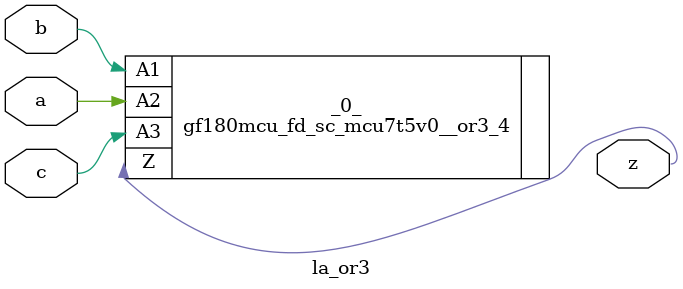
<source format=v>

/* Generated by Yosys 0.44 (git sha1 80ba43d26, g++ 11.4.0-1ubuntu1~22.04 -fPIC -O3) */

(* top =  1  *)
(* src = "generated" *)
module la_or3 (
    a,
    b,
    c,
    z
);
  (* src = "generated" *)
  input a;
  wire a;
  (* src = "generated" *)
  input b;
  wire b;
  (* src = "generated" *)
  input c;
  wire c;
  (* src = "generated" *)
  output z;
  wire z;
  gf180mcu_fd_sc_mcu7t5v0__or3_4 _0_ (
      .A1(b),
      .A2(a),
      .A3(c),
      .Z (z)
  );
endmodule

</source>
